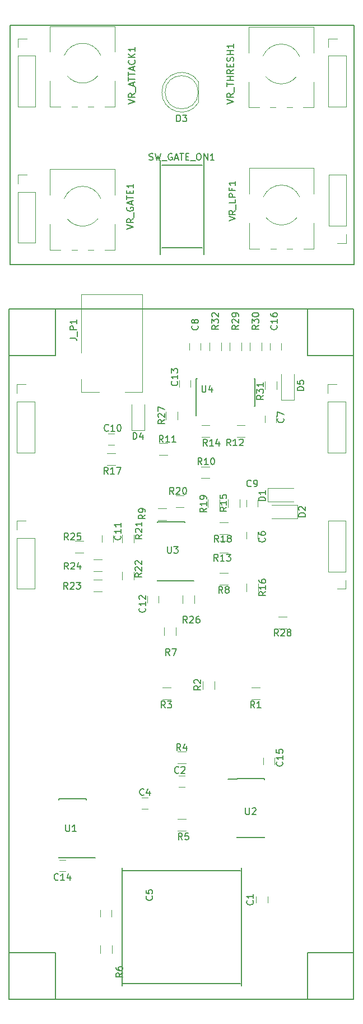
<source format=gbr>
G04 #@! TF.FileFunction,Legend,Top*
%FSLAX46Y46*%
G04 Gerber Fmt 4.6, Leading zero omitted, Abs format (unit mm)*
G04 Created by KiCad (PCBNEW 4.0.7) date 01/23/18 15:00:53*
%MOMM*%
%LPD*%
G01*
G04 APERTURE LIST*
%ADD10C,0.100000*%
%ADD11C,0.150000*%
%ADD12C,0.120000*%
G04 APERTURE END LIST*
D10*
D11*
X77927200Y-187782200D02*
X77927200Y-187502800D01*
X78435200Y-187782200D02*
X77317600Y-187782200D01*
X123069200Y-40955000D02*
X122713600Y-40955000D01*
X123069200Y-77023000D02*
X123069200Y-40955000D01*
X122688200Y-77023000D02*
X123069200Y-77023000D01*
X71050000Y-40955000D02*
X122866000Y-40955000D01*
X71050000Y-77023000D02*
X71050000Y-40955000D01*
X71050000Y-77023000D02*
X122866000Y-77023000D01*
X116027200Y-180797200D02*
X123012200Y-180797200D01*
X116027200Y-187782200D02*
X116027200Y-180797200D01*
X77927200Y-180797200D02*
X70942200Y-180797200D01*
X77927200Y-187782200D02*
X77927200Y-180797200D01*
X77927200Y-90754200D02*
X70942200Y-90754200D01*
X77927200Y-83769200D02*
X77927200Y-90754200D01*
X116027200Y-90754200D02*
X116027200Y-83769200D01*
X123012200Y-90754200D02*
X116027200Y-90754200D01*
X123012200Y-83769200D02*
X70942200Y-83769200D01*
X123012200Y-187782200D02*
X123012200Y-83769200D01*
X70942200Y-187782200D02*
X123012200Y-187782200D01*
X70942200Y-83769200D02*
X70942200Y-187782200D01*
D12*
X94018800Y-51089138D02*
G75*
G03X99568800Y-52634430I2990000J-462D01*
G01*
X94018800Y-51090062D02*
G75*
G02X99568800Y-49544770I2990000J462D01*
G01*
X99508800Y-51089600D02*
G75*
G03X99508800Y-51089600I-2500000J0D01*
G01*
X99568800Y-52634600D02*
X99568800Y-49544600D01*
X81823500Y-90377000D02*
X81823500Y-81577000D01*
X81823500Y-81577000D02*
X91023500Y-81577000D01*
X84523500Y-96277000D02*
X81823500Y-96277000D01*
X81823500Y-96277000D02*
X81823500Y-94377000D01*
X91023500Y-81577000D02*
X91023500Y-96277000D01*
X91023500Y-96277000D02*
X88423500Y-96277000D01*
D11*
X88112600Y-168402000D02*
X104622600Y-168402000D01*
X104622600Y-168402000D02*
X105892600Y-168402000D01*
X106019600Y-168021000D02*
X106019600Y-185801000D01*
X105892600Y-185420000D02*
X88112600Y-185420000D01*
X87985600Y-185801000D02*
X87985600Y-168021000D01*
D12*
X72253800Y-73796200D02*
X74913800Y-73796200D01*
X72253800Y-66116200D02*
X72253800Y-73796200D01*
X74913800Y-66116200D02*
X74913800Y-73796200D01*
X72253800Y-66116200D02*
X74913800Y-66116200D01*
X72253800Y-64846200D02*
X72253800Y-63516200D01*
X72253800Y-63516200D02*
X73583800Y-63516200D01*
X72253800Y-53273000D02*
X74913800Y-53273000D01*
X72253800Y-45593000D02*
X72253800Y-53273000D01*
X74913800Y-45593000D02*
X74913800Y-53273000D01*
X72253800Y-45593000D02*
X74913800Y-45593000D01*
X72253800Y-44323000D02*
X72253800Y-42993000D01*
X72253800Y-42993000D02*
X73583800Y-42993000D01*
X121878400Y-63541600D02*
X119218400Y-63541600D01*
X121878400Y-71221600D02*
X121878400Y-63541600D01*
X119218400Y-71221600D02*
X119218400Y-63541600D01*
X121878400Y-71221600D02*
X119218400Y-71221600D01*
X121878400Y-72491600D02*
X121878400Y-73821600D01*
X121878400Y-73821600D02*
X120548400Y-73821600D01*
X119193000Y-53273000D02*
X121853000Y-53273000D01*
X119193000Y-45593000D02*
X119193000Y-53273000D01*
X121853000Y-45593000D02*
X121853000Y-53273000D01*
X119193000Y-45593000D02*
X121853000Y-45593000D01*
X119193000Y-44323000D02*
X119193000Y-42993000D01*
X119193000Y-42993000D02*
X120523000Y-42993000D01*
X72126800Y-125942400D02*
X74786800Y-125942400D01*
X72126800Y-118262400D02*
X72126800Y-125942400D01*
X74786800Y-118262400D02*
X74786800Y-125942400D01*
X72126800Y-118262400D02*
X74786800Y-118262400D01*
X72126800Y-116992400D02*
X72126800Y-115662400D01*
X72126800Y-115662400D02*
X73456800Y-115662400D01*
X72139500Y-105406500D02*
X74799500Y-105406500D01*
X72139500Y-97726500D02*
X72139500Y-105406500D01*
X74799500Y-97726500D02*
X74799500Y-105406500D01*
X72139500Y-97726500D02*
X74799500Y-97726500D01*
X72139500Y-96456500D02*
X72139500Y-95126500D01*
X72139500Y-95126500D02*
X73469500Y-95126500D01*
X121827600Y-115662400D02*
X119167600Y-115662400D01*
X121827600Y-123342400D02*
X121827600Y-115662400D01*
X119167600Y-123342400D02*
X119167600Y-115662400D01*
X121827600Y-123342400D02*
X119167600Y-123342400D01*
X121827600Y-124612400D02*
X121827600Y-125942400D01*
X121827600Y-125942400D02*
X120497600Y-125942400D01*
X119116800Y-105419200D02*
X121776800Y-105419200D01*
X119116800Y-97739200D02*
X119116800Y-105419200D01*
X121776800Y-97739200D02*
X121776800Y-105419200D01*
X119116800Y-97739200D02*
X121776800Y-97739200D01*
X119116800Y-96469200D02*
X119116800Y-95139200D01*
X119116800Y-95139200D02*
X120446800Y-95139200D01*
X79268768Y-45531618D02*
G75*
G02X84793200Y-45530600I2762432J-1171982D01*
G01*
X84328953Y-48631895D02*
G75*
G02X79733200Y-48631600I-2297753J1928295D01*
G01*
X77121200Y-53263600D02*
X77121200Y-49397600D01*
X77121200Y-45008600D02*
X77121200Y-41143600D01*
X86941200Y-53263600D02*
X86941200Y-49397600D01*
X86941200Y-45008600D02*
X86941200Y-41143600D01*
X77121200Y-53263600D02*
X78706200Y-53263600D01*
X80356200Y-53263600D02*
X81206200Y-53263600D01*
X82856200Y-53263600D02*
X83706200Y-53263600D01*
X85356200Y-53263600D02*
X86941200Y-53263600D01*
X77121200Y-41143600D02*
X86941200Y-41143600D01*
X109342368Y-66918418D02*
G75*
G02X114866800Y-66917400I2762432J-1171982D01*
G01*
X114402553Y-70018695D02*
G75*
G02X109806800Y-70018400I-2297753J1928295D01*
G01*
X107194800Y-74650400D02*
X107194800Y-70784400D01*
X107194800Y-66395400D02*
X107194800Y-62530400D01*
X117014800Y-74650400D02*
X117014800Y-70784400D01*
X117014800Y-66395400D02*
X117014800Y-62530400D01*
X107194800Y-74650400D02*
X108779800Y-74650400D01*
X110429800Y-74650400D02*
X111279800Y-74650400D01*
X112929800Y-74650400D02*
X113779800Y-74650400D01*
X115429800Y-74650400D02*
X117014800Y-74650400D01*
X107194800Y-62530400D02*
X117014800Y-62530400D01*
X109291568Y-45658618D02*
G75*
G02X114816000Y-45657600I2762432J-1171982D01*
G01*
X114351753Y-48758895D02*
G75*
G02X109756000Y-48758600I-2297753J1928295D01*
G01*
X107144000Y-53390600D02*
X107144000Y-49524600D01*
X107144000Y-45135600D02*
X107144000Y-41270600D01*
X116964000Y-53390600D02*
X116964000Y-49524600D01*
X116964000Y-45135600D02*
X116964000Y-41270600D01*
X107144000Y-53390600D02*
X108729000Y-53390600D01*
X110379000Y-53390600D02*
X111229000Y-53390600D01*
X112879000Y-53390600D02*
X113729000Y-53390600D01*
X115379000Y-53390600D02*
X116964000Y-53390600D01*
X107144000Y-41270600D02*
X116964000Y-41270600D01*
X108293800Y-172270800D02*
X108293800Y-173270800D01*
X109993800Y-173270800D02*
X109993800Y-172270800D01*
X96528000Y-155790000D02*
X97528000Y-155790000D01*
X97528000Y-154090000D02*
X96528000Y-154090000D01*
X91940000Y-157392000D02*
X90940000Y-157392000D01*
X90940000Y-159092000D02*
X91940000Y-159092000D01*
X84722600Y-174379000D02*
X84722600Y-175379000D01*
X86422600Y-175379000D02*
X86422600Y-174379000D01*
X108546000Y-118356000D02*
X108546000Y-117356000D01*
X106846000Y-117356000D02*
X106846000Y-118356000D01*
X111340000Y-100830000D02*
X111340000Y-99830000D01*
X109640000Y-99830000D02*
X109640000Y-100830000D01*
X98210000Y-88908000D02*
X98210000Y-89908000D01*
X99910000Y-89908000D02*
X99910000Y-88908000D01*
X108546000Y-113530000D02*
X108546000Y-112530000D01*
X106846000Y-112530000D02*
X106846000Y-113530000D01*
X86860000Y-102528000D02*
X85860000Y-102528000D01*
X85860000Y-104228000D02*
X86860000Y-104228000D01*
X85002000Y-117864000D02*
X85002000Y-118864000D01*
X86702000Y-118864000D02*
X86702000Y-117864000D01*
X93560000Y-128008000D02*
X93560000Y-127008000D01*
X91860000Y-127008000D02*
X91860000Y-128008000D01*
X98386000Y-95496000D02*
X98386000Y-94496000D01*
X96686000Y-94496000D02*
X96686000Y-95496000D01*
X79494000Y-166790000D02*
X78494000Y-166790000D01*
X78494000Y-168490000D02*
X79494000Y-168490000D01*
X109386000Y-151392000D02*
X109386000Y-152392000D01*
X111086000Y-152392000D02*
X111086000Y-151392000D01*
X110402000Y-88908000D02*
X110402000Y-89908000D01*
X112102000Y-89908000D02*
X112102000Y-88908000D01*
X110018000Y-110760000D02*
X110018000Y-112760000D01*
X110018000Y-112760000D02*
X113918000Y-112760000D01*
X110018000Y-110760000D02*
X113918000Y-110760000D01*
X114518000Y-115300000D02*
X114518000Y-113300000D01*
X114518000Y-113300000D02*
X110618000Y-113300000D01*
X114518000Y-115300000D02*
X110618000Y-115300000D01*
X89424000Y-102072000D02*
X91424000Y-102072000D01*
X91424000Y-102072000D02*
X91424000Y-98172000D01*
X89424000Y-102072000D02*
X89424000Y-98172000D01*
X112030000Y-97500000D02*
X114030000Y-97500000D01*
X114030000Y-97500000D02*
X114030000Y-93600000D01*
X112030000Y-97500000D02*
X112030000Y-93600000D01*
X107604000Y-140852000D02*
X108804000Y-140852000D01*
X108804000Y-142612000D02*
X107604000Y-142612000D01*
X101972000Y-139862000D02*
X101972000Y-141062000D01*
X100212000Y-141062000D02*
X100212000Y-139862000D01*
X95342000Y-142612000D02*
X94142000Y-142612000D01*
X94142000Y-140852000D02*
X95342000Y-140852000D01*
X96428000Y-150504000D02*
X97628000Y-150504000D01*
X97628000Y-152264000D02*
X96428000Y-152264000D01*
X97628000Y-162424000D02*
X96428000Y-162424000D01*
X96428000Y-160664000D02*
X97628000Y-160664000D01*
X86452600Y-179638400D02*
X86452600Y-180838400D01*
X84692600Y-180838400D02*
X84692600Y-179638400D01*
X94370000Y-132934000D02*
X94370000Y-131734000D01*
X96130000Y-131734000D02*
X96130000Y-132934000D01*
X103978000Y-125340000D02*
X102778000Y-125340000D01*
X102778000Y-123580000D02*
X103978000Y-123580000D01*
X94668900Y-115599100D02*
X93468900Y-115599100D01*
X93468900Y-113839100D02*
X94668900Y-113839100D01*
X99984000Y-107514500D02*
X101184000Y-107514500D01*
X101184000Y-109274500D02*
X99984000Y-109274500D01*
X93634000Y-104022000D02*
X94834000Y-104022000D01*
X94834000Y-105782000D02*
X93634000Y-105782000D01*
X106543400Y-103076900D02*
X105343400Y-103076900D01*
X105343400Y-101316900D02*
X106543400Y-101316900D01*
X103978000Y-120514000D02*
X102778000Y-120514000D01*
X102778000Y-118754000D02*
X103978000Y-118754000D01*
X100009400Y-101316900D02*
X101209400Y-101316900D01*
X101209400Y-103076900D02*
X100009400Y-103076900D01*
X104022000Y-113630000D02*
X104022000Y-112430000D01*
X105782000Y-112430000D02*
X105782000Y-113630000D01*
X108576000Y-125130000D02*
X108576000Y-126330000D01*
X106816000Y-126330000D02*
X106816000Y-125130000D01*
X86960000Y-107306000D02*
X85760000Y-107306000D01*
X85760000Y-105546000D02*
X86960000Y-105546000D01*
X103978000Y-117720000D02*
X102778000Y-117720000D01*
X102778000Y-115960000D02*
X103978000Y-115960000D01*
X100974000Y-113630000D02*
X100974000Y-112430000D01*
X102734000Y-112430000D02*
X102734000Y-113630000D01*
X96123200Y-111857900D02*
X97323200Y-111857900D01*
X97323200Y-113617900D02*
X96123200Y-113617900D01*
X89780000Y-117764000D02*
X89780000Y-118964000D01*
X88020000Y-118964000D02*
X88020000Y-117764000D01*
X89780000Y-123352000D02*
X89780000Y-124552000D01*
X88020000Y-124552000D02*
X88020000Y-123352000D01*
X84928000Y-126356000D02*
X83728000Y-126356000D01*
X83728000Y-124596000D02*
X84928000Y-124596000D01*
X83728000Y-121548000D02*
X84928000Y-121548000D01*
X84928000Y-123308000D02*
X83728000Y-123308000D01*
X82134000Y-120514000D02*
X80934000Y-120514000D01*
X80934000Y-118754000D02*
X82134000Y-118754000D01*
X98924000Y-126908000D02*
X98924000Y-128108000D01*
X97164000Y-128108000D02*
X97164000Y-126908000D01*
X94624000Y-100422000D02*
X94624000Y-99222000D01*
X96384000Y-99222000D02*
X96384000Y-100422000D01*
X111668000Y-130184000D02*
X112868000Y-130184000D01*
X112868000Y-131944000D02*
X111668000Y-131944000D01*
X106036000Y-88808000D02*
X106036000Y-90008000D01*
X104276000Y-90008000D02*
X104276000Y-88808000D01*
X107324000Y-90008000D02*
X107324000Y-88808000D01*
X109084000Y-88808000D02*
X109084000Y-90008000D01*
X109610000Y-95850000D02*
X109610000Y-94650000D01*
X111370000Y-94650000D02*
X111370000Y-95850000D01*
X101228000Y-90008000D02*
X101228000Y-88808000D01*
X102988000Y-88808000D02*
X102988000Y-90008000D01*
D11*
X100107600Y-62113200D02*
X94011600Y-62113200D01*
X100107600Y-74559200D02*
X94011600Y-74559200D01*
X100361600Y-61351200D02*
X100361600Y-75575200D01*
X93757600Y-75575200D02*
X93757600Y-61351200D01*
X82593000Y-166502000D02*
X82593000Y-166477000D01*
X78443000Y-166502000D02*
X78443000Y-166387000D01*
X78443000Y-157602000D02*
X78443000Y-157717000D01*
X82593000Y-157602000D02*
X82593000Y-157717000D01*
X82593000Y-166502000D02*
X78443000Y-166502000D01*
X82593000Y-157602000D02*
X78443000Y-157602000D01*
X82593000Y-166477000D02*
X83968000Y-166477000D01*
X105367000Y-154554000D02*
X105367000Y-154579000D01*
X109517000Y-154554000D02*
X109517000Y-154669000D01*
X109517000Y-163454000D02*
X109517000Y-163339000D01*
X105367000Y-163454000D02*
X105367000Y-163339000D01*
X105367000Y-154554000D02*
X109517000Y-154554000D01*
X105367000Y-163454000D02*
X109517000Y-163454000D01*
X105367000Y-154579000D02*
X103992000Y-154579000D01*
X97471050Y-124738050D02*
X97471050Y-124713050D01*
X93321050Y-124738050D02*
X93321050Y-124623050D01*
X93321050Y-115838050D02*
X93321050Y-115953050D01*
X97471050Y-115838050D02*
X97471050Y-115953050D01*
X97471050Y-124738050D02*
X93321050Y-124738050D01*
X97471050Y-115838050D02*
X93321050Y-115838050D01*
X97471050Y-124713050D02*
X98846050Y-124713050D01*
X99207400Y-98429900D02*
X99232400Y-98429900D01*
X99207400Y-94279900D02*
X99322400Y-94279900D01*
X108107400Y-94279900D02*
X107992400Y-94279900D01*
X108107400Y-98429900D02*
X107992400Y-98429900D01*
X99207400Y-98429900D02*
X99207400Y-94279900D01*
X108107400Y-98429900D02*
X108107400Y-94279900D01*
X99232400Y-98429900D02*
X99232400Y-99804900D01*
D12*
X79268768Y-67096218D02*
G75*
G02X84793200Y-67095200I2762432J-1171982D01*
G01*
X84328953Y-70196495D02*
G75*
G02X79733200Y-70196200I-2297753J1928295D01*
G01*
X77121200Y-74828200D02*
X77121200Y-70962200D01*
X77121200Y-66573200D02*
X77121200Y-62708200D01*
X86941200Y-74828200D02*
X86941200Y-70962200D01*
X86941200Y-66573200D02*
X86941200Y-62708200D01*
X77121200Y-74828200D02*
X78706200Y-74828200D01*
X80356200Y-74828200D02*
X81206200Y-74828200D01*
X82856200Y-74828200D02*
X83706200Y-74828200D01*
X85356200Y-74828200D02*
X86941200Y-74828200D01*
X77121200Y-62708200D02*
X86941200Y-62708200D01*
D11*
X96270705Y-55501981D02*
X96270705Y-54501981D01*
X96508800Y-54501981D01*
X96651658Y-54549600D01*
X96746896Y-54644838D01*
X96794515Y-54740076D01*
X96842134Y-54930552D01*
X96842134Y-55073410D01*
X96794515Y-55263886D01*
X96746896Y-55359124D01*
X96651658Y-55454362D01*
X96508800Y-55501981D01*
X96270705Y-55501981D01*
X97175467Y-54501981D02*
X97794515Y-54501981D01*
X97461181Y-54882933D01*
X97604039Y-54882933D01*
X97699277Y-54930552D01*
X97746896Y-54978171D01*
X97794515Y-55073410D01*
X97794515Y-55311505D01*
X97746896Y-55406743D01*
X97699277Y-55454362D01*
X97604039Y-55501981D01*
X97318324Y-55501981D01*
X97223086Y-55454362D01*
X97175467Y-55406743D01*
X80125881Y-88141285D02*
X80840167Y-88141285D01*
X80983024Y-88188905D01*
X81078262Y-88284143D01*
X81125881Y-88427000D01*
X81125881Y-88522238D01*
X81221119Y-87903190D02*
X81221119Y-87141285D01*
X81125881Y-86903190D02*
X80125881Y-86903190D01*
X80125881Y-86522237D01*
X80173500Y-86426999D01*
X80221119Y-86379380D01*
X80316357Y-86331761D01*
X80459214Y-86331761D01*
X80554452Y-86379380D01*
X80602071Y-86426999D01*
X80649690Y-86522237D01*
X80649690Y-86903190D01*
X81125881Y-85379380D02*
X81125881Y-85950809D01*
X81125881Y-85665095D02*
X80125881Y-85665095D01*
X80268738Y-85760333D01*
X80363976Y-85855571D01*
X80411595Y-85950809D01*
X88974681Y-52848924D02*
X89974681Y-52515591D01*
X88974681Y-52182257D01*
X89974681Y-51277495D02*
X89498490Y-51610829D01*
X89974681Y-51848924D02*
X88974681Y-51848924D01*
X88974681Y-51467971D01*
X89022300Y-51372733D01*
X89069919Y-51325114D01*
X89165157Y-51277495D01*
X89308014Y-51277495D01*
X89403252Y-51325114D01*
X89450871Y-51372733D01*
X89498490Y-51467971D01*
X89498490Y-51848924D01*
X90069919Y-51087019D02*
X90069919Y-50325114D01*
X89688967Y-50134638D02*
X89688967Y-49658447D01*
X89974681Y-50229876D02*
X88974681Y-49896543D01*
X89974681Y-49563209D01*
X88974681Y-49372733D02*
X88974681Y-48801304D01*
X89974681Y-49087019D02*
X88974681Y-49087019D01*
X88974681Y-48610828D02*
X88974681Y-48039399D01*
X89974681Y-48325114D02*
X88974681Y-48325114D01*
X89688967Y-47753685D02*
X89688967Y-47277494D01*
X89974681Y-47848923D02*
X88974681Y-47515590D01*
X89974681Y-47182256D01*
X89879443Y-46277494D02*
X89927062Y-46325113D01*
X89974681Y-46467970D01*
X89974681Y-46563208D01*
X89927062Y-46706066D01*
X89831824Y-46801304D01*
X89736586Y-46848923D01*
X89546110Y-46896542D01*
X89403252Y-46896542D01*
X89212776Y-46848923D01*
X89117538Y-46801304D01*
X89022300Y-46706066D01*
X88974681Y-46563208D01*
X88974681Y-46467970D01*
X89022300Y-46325113D01*
X89069919Y-46277494D01*
X89974681Y-45848923D02*
X88974681Y-45848923D01*
X89974681Y-45277494D02*
X89403252Y-45706066D01*
X88974681Y-45277494D02*
X89546110Y-45848923D01*
X89974681Y-44325113D02*
X89974681Y-44896542D01*
X89974681Y-44610828D02*
X88974681Y-44610828D01*
X89117538Y-44706066D01*
X89212776Y-44801304D01*
X89260395Y-44896542D01*
X104151181Y-70486210D02*
X105151181Y-70152877D01*
X104151181Y-69819543D01*
X105151181Y-68914781D02*
X104674990Y-69248115D01*
X105151181Y-69486210D02*
X104151181Y-69486210D01*
X104151181Y-69105257D01*
X104198800Y-69010019D01*
X104246419Y-68962400D01*
X104341657Y-68914781D01*
X104484514Y-68914781D01*
X104579752Y-68962400D01*
X104627371Y-69010019D01*
X104674990Y-69105257D01*
X104674990Y-69486210D01*
X105246419Y-68724305D02*
X105246419Y-67962400D01*
X105151181Y-67248114D02*
X105151181Y-67724305D01*
X104151181Y-67724305D01*
X105151181Y-66914781D02*
X104151181Y-66914781D01*
X104151181Y-66533828D01*
X104198800Y-66438590D01*
X104246419Y-66390971D01*
X104341657Y-66343352D01*
X104484514Y-66343352D01*
X104579752Y-66390971D01*
X104627371Y-66438590D01*
X104674990Y-66533828D01*
X104674990Y-66914781D01*
X104627371Y-65581447D02*
X104627371Y-65914781D01*
X105151181Y-65914781D02*
X104151181Y-65914781D01*
X104151181Y-65438590D01*
X105151181Y-64533828D02*
X105151181Y-65105257D01*
X105151181Y-64819543D02*
X104151181Y-64819543D01*
X104294038Y-64914781D01*
X104389276Y-65010019D01*
X104436895Y-65105257D01*
X103856381Y-52828219D02*
X104856381Y-52494886D01*
X103856381Y-52161552D01*
X104856381Y-51256790D02*
X104380190Y-51590124D01*
X104856381Y-51828219D02*
X103856381Y-51828219D01*
X103856381Y-51447266D01*
X103904000Y-51352028D01*
X103951619Y-51304409D01*
X104046857Y-51256790D01*
X104189714Y-51256790D01*
X104284952Y-51304409D01*
X104332571Y-51352028D01*
X104380190Y-51447266D01*
X104380190Y-51828219D01*
X104951619Y-51066314D02*
X104951619Y-50304409D01*
X103856381Y-50209171D02*
X103856381Y-49637742D01*
X104856381Y-49923457D02*
X103856381Y-49923457D01*
X104856381Y-49304409D02*
X103856381Y-49304409D01*
X104332571Y-49304409D02*
X104332571Y-48732980D01*
X104856381Y-48732980D02*
X103856381Y-48732980D01*
X104856381Y-47685361D02*
X104380190Y-48018695D01*
X104856381Y-48256790D02*
X103856381Y-48256790D01*
X103856381Y-47875837D01*
X103904000Y-47780599D01*
X103951619Y-47732980D01*
X104046857Y-47685361D01*
X104189714Y-47685361D01*
X104284952Y-47732980D01*
X104332571Y-47780599D01*
X104380190Y-47875837D01*
X104380190Y-48256790D01*
X104332571Y-47256790D02*
X104332571Y-46923456D01*
X104856381Y-46780599D02*
X104856381Y-47256790D01*
X103856381Y-47256790D01*
X103856381Y-46780599D01*
X104808762Y-46399647D02*
X104856381Y-46256790D01*
X104856381Y-46018694D01*
X104808762Y-45923456D01*
X104761143Y-45875837D01*
X104665905Y-45828218D01*
X104570667Y-45828218D01*
X104475429Y-45875837D01*
X104427810Y-45923456D01*
X104380190Y-46018694D01*
X104332571Y-46209171D01*
X104284952Y-46304409D01*
X104237333Y-46352028D01*
X104142095Y-46399647D01*
X104046857Y-46399647D01*
X103951619Y-46352028D01*
X103904000Y-46304409D01*
X103856381Y-46209171D01*
X103856381Y-45971075D01*
X103904000Y-45828218D01*
X104856381Y-45399647D02*
X103856381Y-45399647D01*
X104332571Y-45399647D02*
X104332571Y-44828218D01*
X104856381Y-44828218D02*
X103856381Y-44828218D01*
X104856381Y-43828218D02*
X104856381Y-44399647D01*
X104856381Y-44113933D02*
X103856381Y-44113933D01*
X103999238Y-44209171D01*
X104094476Y-44304409D01*
X104142095Y-44399647D01*
X107750943Y-172937466D02*
X107798562Y-172985085D01*
X107846181Y-173127942D01*
X107846181Y-173223180D01*
X107798562Y-173366038D01*
X107703324Y-173461276D01*
X107608086Y-173508895D01*
X107417610Y-173556514D01*
X107274752Y-173556514D01*
X107084276Y-173508895D01*
X106989038Y-173461276D01*
X106893800Y-173366038D01*
X106846181Y-173223180D01*
X106846181Y-173127942D01*
X106893800Y-172985085D01*
X106941419Y-172937466D01*
X107846181Y-171985085D02*
X107846181Y-172556514D01*
X107846181Y-172270800D02*
X106846181Y-172270800D01*
X106989038Y-172366038D01*
X107084276Y-172461276D01*
X107131895Y-172556514D01*
X96556534Y-153646143D02*
X96508915Y-153693762D01*
X96366058Y-153741381D01*
X96270820Y-153741381D01*
X96127962Y-153693762D01*
X96032724Y-153598524D01*
X95985105Y-153503286D01*
X95937486Y-153312810D01*
X95937486Y-153169952D01*
X95985105Y-152979476D01*
X96032724Y-152884238D01*
X96127962Y-152789000D01*
X96270820Y-152741381D01*
X96366058Y-152741381D01*
X96508915Y-152789000D01*
X96556534Y-152836619D01*
X96937486Y-152836619D02*
X96985105Y-152789000D01*
X97080343Y-152741381D01*
X97318439Y-152741381D01*
X97413677Y-152789000D01*
X97461296Y-152836619D01*
X97508915Y-152931857D01*
X97508915Y-153027095D01*
X97461296Y-153169952D01*
X96889867Y-153741381D01*
X97508915Y-153741381D01*
X91298734Y-156973543D02*
X91251115Y-157021162D01*
X91108258Y-157068781D01*
X91013020Y-157068781D01*
X90870162Y-157021162D01*
X90774924Y-156925924D01*
X90727305Y-156830686D01*
X90679686Y-156640210D01*
X90679686Y-156497352D01*
X90727305Y-156306876D01*
X90774924Y-156211638D01*
X90870162Y-156116400D01*
X91013020Y-156068781D01*
X91108258Y-156068781D01*
X91251115Y-156116400D01*
X91298734Y-156164019D01*
X92155877Y-156402114D02*
X92155877Y-157068781D01*
X91917781Y-156021162D02*
X91679686Y-156735448D01*
X92298734Y-156735448D01*
X92533743Y-172251666D02*
X92581362Y-172299285D01*
X92628981Y-172442142D01*
X92628981Y-172537380D01*
X92581362Y-172680238D01*
X92486124Y-172775476D01*
X92390886Y-172823095D01*
X92200410Y-172870714D01*
X92057552Y-172870714D01*
X91867076Y-172823095D01*
X91771838Y-172775476D01*
X91676600Y-172680238D01*
X91628981Y-172537380D01*
X91628981Y-172442142D01*
X91676600Y-172299285D01*
X91724219Y-172251666D01*
X91628981Y-171346904D02*
X91628981Y-171823095D01*
X92105171Y-171870714D01*
X92057552Y-171823095D01*
X92009933Y-171727857D01*
X92009933Y-171489761D01*
X92057552Y-171394523D01*
X92105171Y-171346904D01*
X92200410Y-171299285D01*
X92438505Y-171299285D01*
X92533743Y-171346904D01*
X92581362Y-171394523D01*
X92628981Y-171489761D01*
X92628981Y-171727857D01*
X92581362Y-171823095D01*
X92533743Y-171870714D01*
X109558093Y-118257616D02*
X109605712Y-118305235D01*
X109653331Y-118448092D01*
X109653331Y-118543330D01*
X109605712Y-118686188D01*
X109510474Y-118781426D01*
X109415236Y-118829045D01*
X109224760Y-118876664D01*
X109081902Y-118876664D01*
X108891426Y-118829045D01*
X108796188Y-118781426D01*
X108700950Y-118686188D01*
X108653331Y-118543330D01*
X108653331Y-118448092D01*
X108700950Y-118305235D01*
X108748569Y-118257616D01*
X108653331Y-117400473D02*
X108653331Y-117590950D01*
X108700950Y-117686188D01*
X108748569Y-117733807D01*
X108891426Y-117829045D01*
X109081902Y-117876664D01*
X109462855Y-117876664D01*
X109558093Y-117829045D01*
X109605712Y-117781426D01*
X109653331Y-117686188D01*
X109653331Y-117495711D01*
X109605712Y-117400473D01*
X109558093Y-117352854D01*
X109462855Y-117305235D01*
X109224760Y-117305235D01*
X109129521Y-117352854D01*
X109081902Y-117400473D01*
X109034283Y-117495711D01*
X109034283Y-117686188D01*
X109081902Y-117781426D01*
X109129521Y-117829045D01*
X109224760Y-117876664D01*
X112371143Y-100242666D02*
X112418762Y-100290285D01*
X112466381Y-100433142D01*
X112466381Y-100528380D01*
X112418762Y-100671238D01*
X112323524Y-100766476D01*
X112228286Y-100814095D01*
X112037810Y-100861714D01*
X111894952Y-100861714D01*
X111704476Y-100814095D01*
X111609238Y-100766476D01*
X111514000Y-100671238D01*
X111466381Y-100528380D01*
X111466381Y-100433142D01*
X111514000Y-100290285D01*
X111561619Y-100242666D01*
X111466381Y-99909333D02*
X111466381Y-99242666D01*
X112466381Y-99671238D01*
X99417143Y-86272666D02*
X99464762Y-86320285D01*
X99512381Y-86463142D01*
X99512381Y-86558380D01*
X99464762Y-86701238D01*
X99369524Y-86796476D01*
X99274286Y-86844095D01*
X99083810Y-86891714D01*
X98940952Y-86891714D01*
X98750476Y-86844095D01*
X98655238Y-86796476D01*
X98560000Y-86701238D01*
X98512381Y-86558380D01*
X98512381Y-86463142D01*
X98560000Y-86320285D01*
X98607619Y-86272666D01*
X98940952Y-85701238D02*
X98893333Y-85796476D01*
X98845714Y-85844095D01*
X98750476Y-85891714D01*
X98702857Y-85891714D01*
X98607619Y-85844095D01*
X98560000Y-85796476D01*
X98512381Y-85701238D01*
X98512381Y-85510761D01*
X98560000Y-85415523D01*
X98607619Y-85367904D01*
X98702857Y-85320285D01*
X98750476Y-85320285D01*
X98845714Y-85367904D01*
X98893333Y-85415523D01*
X98940952Y-85510761D01*
X98940952Y-85701238D01*
X98988571Y-85796476D01*
X99036190Y-85844095D01*
X99131429Y-85891714D01*
X99321905Y-85891714D01*
X99417143Y-85844095D01*
X99464762Y-85796476D01*
X99512381Y-85701238D01*
X99512381Y-85510761D01*
X99464762Y-85415523D01*
X99417143Y-85367904D01*
X99321905Y-85320285D01*
X99131429Y-85320285D01*
X99036190Y-85367904D01*
X98988571Y-85415523D01*
X98940952Y-85510761D01*
X107510284Y-110447093D02*
X107462665Y-110494712D01*
X107319808Y-110542331D01*
X107224570Y-110542331D01*
X107081712Y-110494712D01*
X106986474Y-110399474D01*
X106938855Y-110304236D01*
X106891236Y-110113760D01*
X106891236Y-109970902D01*
X106938855Y-109780426D01*
X106986474Y-109685188D01*
X107081712Y-109589950D01*
X107224570Y-109542331D01*
X107319808Y-109542331D01*
X107462665Y-109589950D01*
X107510284Y-109637569D01*
X107986474Y-110542331D02*
X108176950Y-110542331D01*
X108272189Y-110494712D01*
X108319808Y-110447093D01*
X108415046Y-110304236D01*
X108462665Y-110113760D01*
X108462665Y-109732807D01*
X108415046Y-109637569D01*
X108367427Y-109589950D01*
X108272189Y-109542331D01*
X108081712Y-109542331D01*
X107986474Y-109589950D01*
X107938855Y-109637569D01*
X107891236Y-109732807D01*
X107891236Y-109970902D01*
X107938855Y-110066140D01*
X107986474Y-110113760D01*
X108081712Y-110161379D01*
X108272189Y-110161379D01*
X108367427Y-110113760D01*
X108415046Y-110066140D01*
X108462665Y-109970902D01*
X85945743Y-102084143D02*
X85898124Y-102131762D01*
X85755267Y-102179381D01*
X85660029Y-102179381D01*
X85517171Y-102131762D01*
X85421933Y-102036524D01*
X85374314Y-101941286D01*
X85326695Y-101750810D01*
X85326695Y-101607952D01*
X85374314Y-101417476D01*
X85421933Y-101322238D01*
X85517171Y-101227000D01*
X85660029Y-101179381D01*
X85755267Y-101179381D01*
X85898124Y-101227000D01*
X85945743Y-101274619D01*
X86898124Y-102179381D02*
X86326695Y-102179381D01*
X86612409Y-102179381D02*
X86612409Y-101179381D01*
X86517171Y-101322238D01*
X86421933Y-101417476D01*
X86326695Y-101465095D01*
X87517171Y-101179381D02*
X87612410Y-101179381D01*
X87707648Y-101227000D01*
X87755267Y-101274619D01*
X87802886Y-101369857D01*
X87850505Y-101560333D01*
X87850505Y-101798429D01*
X87802886Y-101988905D01*
X87755267Y-102084143D01*
X87707648Y-102131762D01*
X87612410Y-102179381D01*
X87517171Y-102179381D01*
X87421933Y-102131762D01*
X87374314Y-102084143D01*
X87326695Y-101988905D01*
X87279076Y-101798429D01*
X87279076Y-101560333D01*
X87326695Y-101369857D01*
X87374314Y-101274619D01*
X87421933Y-101227000D01*
X87517171Y-101179381D01*
X87739493Y-117921007D02*
X87787112Y-117968626D01*
X87834731Y-118111483D01*
X87834731Y-118206721D01*
X87787112Y-118349579D01*
X87691874Y-118444817D01*
X87596636Y-118492436D01*
X87406160Y-118540055D01*
X87263302Y-118540055D01*
X87072826Y-118492436D01*
X86977588Y-118444817D01*
X86882350Y-118349579D01*
X86834731Y-118206721D01*
X86834731Y-118111483D01*
X86882350Y-117968626D01*
X86929969Y-117921007D01*
X87834731Y-116968626D02*
X87834731Y-117540055D01*
X87834731Y-117254341D02*
X86834731Y-117254341D01*
X86977588Y-117349579D01*
X87072826Y-117444817D01*
X87120445Y-117540055D01*
X87834731Y-116016245D02*
X87834731Y-116587674D01*
X87834731Y-116301960D02*
X86834731Y-116301960D01*
X86977588Y-116397198D01*
X87072826Y-116492436D01*
X87120445Y-116587674D01*
X91479643Y-128849357D02*
X91527262Y-128896976D01*
X91574881Y-129039833D01*
X91574881Y-129135071D01*
X91527262Y-129277929D01*
X91432024Y-129373167D01*
X91336786Y-129420786D01*
X91146310Y-129468405D01*
X91003452Y-129468405D01*
X90812976Y-129420786D01*
X90717738Y-129373167D01*
X90622500Y-129277929D01*
X90574881Y-129135071D01*
X90574881Y-129039833D01*
X90622500Y-128896976D01*
X90670119Y-128849357D01*
X91574881Y-127896976D02*
X91574881Y-128468405D01*
X91574881Y-128182691D02*
X90574881Y-128182691D01*
X90717738Y-128277929D01*
X90812976Y-128373167D01*
X90860595Y-128468405D01*
X90670119Y-127516024D02*
X90622500Y-127468405D01*
X90574881Y-127373167D01*
X90574881Y-127135071D01*
X90622500Y-127039833D01*
X90670119Y-126992214D01*
X90765357Y-126944595D01*
X90860595Y-126944595D01*
X91003452Y-126992214D01*
X91574881Y-127563643D01*
X91574881Y-126944595D01*
X96343743Y-94660957D02*
X96391362Y-94708576D01*
X96438981Y-94851433D01*
X96438981Y-94946671D01*
X96391362Y-95089529D01*
X96296124Y-95184767D01*
X96200886Y-95232386D01*
X96010410Y-95280005D01*
X95867552Y-95280005D01*
X95677076Y-95232386D01*
X95581838Y-95184767D01*
X95486600Y-95089529D01*
X95438981Y-94946671D01*
X95438981Y-94851433D01*
X95486600Y-94708576D01*
X95534219Y-94660957D01*
X96438981Y-93708576D02*
X96438981Y-94280005D01*
X96438981Y-93994291D02*
X95438981Y-93994291D01*
X95581838Y-94089529D01*
X95677076Y-94184767D01*
X95724695Y-94280005D01*
X95438981Y-93375243D02*
X95438981Y-92756195D01*
X95819933Y-93089529D01*
X95819933Y-92946671D01*
X95867552Y-92851433D01*
X95915171Y-92803814D01*
X96010410Y-92756195D01*
X96248505Y-92756195D01*
X96343743Y-92803814D01*
X96391362Y-92851433D01*
X96438981Y-92946671D01*
X96438981Y-93232386D01*
X96391362Y-93327624D01*
X96343743Y-93375243D01*
X78351143Y-169775143D02*
X78303524Y-169822762D01*
X78160667Y-169870381D01*
X78065429Y-169870381D01*
X77922571Y-169822762D01*
X77827333Y-169727524D01*
X77779714Y-169632286D01*
X77732095Y-169441810D01*
X77732095Y-169298952D01*
X77779714Y-169108476D01*
X77827333Y-169013238D01*
X77922571Y-168918000D01*
X78065429Y-168870381D01*
X78160667Y-168870381D01*
X78303524Y-168918000D01*
X78351143Y-168965619D01*
X79303524Y-169870381D02*
X78732095Y-169870381D01*
X79017809Y-169870381D02*
X79017809Y-168870381D01*
X78922571Y-169013238D01*
X78827333Y-169108476D01*
X78732095Y-169156095D01*
X80160667Y-169203714D02*
X80160667Y-169870381D01*
X79922571Y-168822762D02*
X79684476Y-169537048D01*
X80303524Y-169537048D01*
X112218743Y-152026857D02*
X112266362Y-152074476D01*
X112313981Y-152217333D01*
X112313981Y-152312571D01*
X112266362Y-152455429D01*
X112171124Y-152550667D01*
X112075886Y-152598286D01*
X111885410Y-152645905D01*
X111742552Y-152645905D01*
X111552076Y-152598286D01*
X111456838Y-152550667D01*
X111361600Y-152455429D01*
X111313981Y-152312571D01*
X111313981Y-152217333D01*
X111361600Y-152074476D01*
X111409219Y-152026857D01*
X112313981Y-151074476D02*
X112313981Y-151645905D01*
X112313981Y-151360191D02*
X111313981Y-151360191D01*
X111456838Y-151455429D01*
X111552076Y-151550667D01*
X111599695Y-151645905D01*
X111313981Y-150169714D02*
X111313981Y-150645905D01*
X111790171Y-150693524D01*
X111742552Y-150645905D01*
X111694933Y-150550667D01*
X111694933Y-150312571D01*
X111742552Y-150217333D01*
X111790171Y-150169714D01*
X111885410Y-150122095D01*
X112123505Y-150122095D01*
X112218743Y-150169714D01*
X112266362Y-150217333D01*
X112313981Y-150312571D01*
X112313981Y-150550667D01*
X112266362Y-150645905D01*
X112218743Y-150693524D01*
X111355143Y-86240857D02*
X111402762Y-86288476D01*
X111450381Y-86431333D01*
X111450381Y-86526571D01*
X111402762Y-86669429D01*
X111307524Y-86764667D01*
X111212286Y-86812286D01*
X111021810Y-86859905D01*
X110878952Y-86859905D01*
X110688476Y-86812286D01*
X110593238Y-86764667D01*
X110498000Y-86669429D01*
X110450381Y-86526571D01*
X110450381Y-86431333D01*
X110498000Y-86288476D01*
X110545619Y-86240857D01*
X111450381Y-85288476D02*
X111450381Y-85859905D01*
X111450381Y-85574191D02*
X110450381Y-85574191D01*
X110593238Y-85669429D01*
X110688476Y-85764667D01*
X110736095Y-85859905D01*
X110450381Y-84431333D02*
X110450381Y-84621810D01*
X110498000Y-84717048D01*
X110545619Y-84764667D01*
X110688476Y-84859905D01*
X110878952Y-84907524D01*
X111259905Y-84907524D01*
X111355143Y-84859905D01*
X111402762Y-84812286D01*
X111450381Y-84717048D01*
X111450381Y-84526571D01*
X111402762Y-84431333D01*
X111355143Y-84383714D01*
X111259905Y-84336095D01*
X111021810Y-84336095D01*
X110926571Y-84383714D01*
X110878952Y-84431333D01*
X110831333Y-84526571D01*
X110831333Y-84717048D01*
X110878952Y-84812286D01*
X110926571Y-84859905D01*
X111021810Y-84907524D01*
X109653331Y-112644145D02*
X108653331Y-112644145D01*
X108653331Y-112406050D01*
X108700950Y-112263192D01*
X108796188Y-112167954D01*
X108891426Y-112120335D01*
X109081902Y-112072716D01*
X109224760Y-112072716D01*
X109415236Y-112120335D01*
X109510474Y-112167954D01*
X109605712Y-112263192D01*
X109653331Y-112406050D01*
X109653331Y-112644145D01*
X109653331Y-111120335D02*
X109653331Y-111691764D01*
X109653331Y-111406050D02*
X108653331Y-111406050D01*
X108796188Y-111501288D01*
X108891426Y-111596526D01*
X108939045Y-111691764D01*
X115717581Y-115038095D02*
X114717581Y-115038095D01*
X114717581Y-114800000D01*
X114765200Y-114657142D01*
X114860438Y-114561904D01*
X114955676Y-114514285D01*
X115146152Y-114466666D01*
X115289010Y-114466666D01*
X115479486Y-114514285D01*
X115574724Y-114561904D01*
X115669962Y-114657142D01*
X115717581Y-114800000D01*
X115717581Y-115038095D01*
X114812819Y-114085714D02*
X114765200Y-114038095D01*
X114717581Y-113942857D01*
X114717581Y-113704761D01*
X114765200Y-113609523D01*
X114812819Y-113561904D01*
X114908057Y-113514285D01*
X115003295Y-113514285D01*
X115146152Y-113561904D01*
X115717581Y-114133333D01*
X115717581Y-113514285D01*
X89685905Y-103385881D02*
X89685905Y-102385881D01*
X89924000Y-102385881D01*
X90066858Y-102433500D01*
X90162096Y-102528738D01*
X90209715Y-102623976D01*
X90257334Y-102814452D01*
X90257334Y-102957310D01*
X90209715Y-103147786D01*
X90162096Y-103243024D01*
X90066858Y-103338262D01*
X89924000Y-103385881D01*
X89685905Y-103385881D01*
X91114477Y-102719214D02*
X91114477Y-103385881D01*
X90876381Y-102338262D02*
X90638286Y-103052548D01*
X91257334Y-103052548D01*
X115488981Y-96038895D02*
X114488981Y-96038895D01*
X114488981Y-95800800D01*
X114536600Y-95657942D01*
X114631838Y-95562704D01*
X114727076Y-95515085D01*
X114917552Y-95467466D01*
X115060410Y-95467466D01*
X115250886Y-95515085D01*
X115346124Y-95562704D01*
X115441362Y-95657942D01*
X115488981Y-95800800D01*
X115488981Y-96038895D01*
X114488981Y-94562704D02*
X114488981Y-95038895D01*
X114965171Y-95086514D01*
X114917552Y-95038895D01*
X114869933Y-94943657D01*
X114869933Y-94705561D01*
X114917552Y-94610323D01*
X114965171Y-94562704D01*
X115060410Y-94515085D01*
X115298505Y-94515085D01*
X115393743Y-94562704D01*
X115441362Y-94610323D01*
X115488981Y-94705561D01*
X115488981Y-94943657D01*
X115441362Y-95038895D01*
X115393743Y-95086514D01*
X108037334Y-143884381D02*
X107704000Y-143408190D01*
X107465905Y-143884381D02*
X107465905Y-142884381D01*
X107846858Y-142884381D01*
X107942096Y-142932000D01*
X107989715Y-142979619D01*
X108037334Y-143074857D01*
X108037334Y-143217714D01*
X107989715Y-143312952D01*
X107942096Y-143360571D01*
X107846858Y-143408190D01*
X107465905Y-143408190D01*
X108989715Y-143884381D02*
X108418286Y-143884381D01*
X108704000Y-143884381D02*
X108704000Y-142884381D01*
X108608762Y-143027238D01*
X108513524Y-143122476D01*
X108418286Y-143170095D01*
X99893381Y-140552466D02*
X99417190Y-140885800D01*
X99893381Y-141123895D02*
X98893381Y-141123895D01*
X98893381Y-140742942D01*
X98941000Y-140647704D01*
X98988619Y-140600085D01*
X99083857Y-140552466D01*
X99226714Y-140552466D01*
X99321952Y-140600085D01*
X99369571Y-140647704D01*
X99417190Y-140742942D01*
X99417190Y-141123895D01*
X98988619Y-140171514D02*
X98941000Y-140123895D01*
X98893381Y-140028657D01*
X98893381Y-139790561D01*
X98941000Y-139695323D01*
X98988619Y-139647704D01*
X99083857Y-139600085D01*
X99179095Y-139600085D01*
X99321952Y-139647704D01*
X99893381Y-140219133D01*
X99893381Y-139600085D01*
X94524534Y-143886181D02*
X94191200Y-143409990D01*
X93953105Y-143886181D02*
X93953105Y-142886181D01*
X94334058Y-142886181D01*
X94429296Y-142933800D01*
X94476915Y-142981419D01*
X94524534Y-143076657D01*
X94524534Y-143219514D01*
X94476915Y-143314752D01*
X94429296Y-143362371D01*
X94334058Y-143409990D01*
X93953105Y-143409990D01*
X94857867Y-142886181D02*
X95476915Y-142886181D01*
X95143581Y-143267133D01*
X95286439Y-143267133D01*
X95381677Y-143314752D01*
X95429296Y-143362371D01*
X95476915Y-143457610D01*
X95476915Y-143695705D01*
X95429296Y-143790943D01*
X95381677Y-143838562D01*
X95286439Y-143886181D01*
X95000724Y-143886181D01*
X94905486Y-143838562D01*
X94857867Y-143790943D01*
X96861334Y-150312381D02*
X96528000Y-149836190D01*
X96289905Y-150312381D02*
X96289905Y-149312381D01*
X96670858Y-149312381D01*
X96766096Y-149360000D01*
X96813715Y-149407619D01*
X96861334Y-149502857D01*
X96861334Y-149645714D01*
X96813715Y-149740952D01*
X96766096Y-149788571D01*
X96670858Y-149836190D01*
X96289905Y-149836190D01*
X97718477Y-149645714D02*
X97718477Y-150312381D01*
X97480381Y-149264762D02*
X97242286Y-149979048D01*
X97861334Y-149979048D01*
X97115334Y-163748981D02*
X96782000Y-163272790D01*
X96543905Y-163748981D02*
X96543905Y-162748981D01*
X96924858Y-162748981D01*
X97020096Y-162796600D01*
X97067715Y-162844219D01*
X97115334Y-162939457D01*
X97115334Y-163082314D01*
X97067715Y-163177552D01*
X97020096Y-163225171D01*
X96924858Y-163272790D01*
X96543905Y-163272790D01*
X98020096Y-162748981D02*
X97543905Y-162748981D01*
X97496286Y-163225171D01*
X97543905Y-163177552D01*
X97639143Y-163129933D01*
X97877239Y-163129933D01*
X97972477Y-163177552D01*
X98020096Y-163225171D01*
X98067715Y-163320410D01*
X98067715Y-163558505D01*
X98020096Y-163653743D01*
X97972477Y-163701362D01*
X97877239Y-163748981D01*
X97639143Y-163748981D01*
X97543905Y-163701362D01*
X97496286Y-163653743D01*
X88082381Y-183834066D02*
X87606190Y-184167400D01*
X88082381Y-184405495D02*
X87082381Y-184405495D01*
X87082381Y-184024542D01*
X87130000Y-183929304D01*
X87177619Y-183881685D01*
X87272857Y-183834066D01*
X87415714Y-183834066D01*
X87510952Y-183881685D01*
X87558571Y-183929304D01*
X87606190Y-184024542D01*
X87606190Y-184405495D01*
X87082381Y-182976923D02*
X87082381Y-183167400D01*
X87130000Y-183262638D01*
X87177619Y-183310257D01*
X87320476Y-183405495D01*
X87510952Y-183453114D01*
X87891905Y-183453114D01*
X87987143Y-183405495D01*
X88034762Y-183357876D01*
X88082381Y-183262638D01*
X88082381Y-183072161D01*
X88034762Y-182976923D01*
X87987143Y-182929304D01*
X87891905Y-182881685D01*
X87653810Y-182881685D01*
X87558571Y-182929304D01*
X87510952Y-182976923D01*
X87463333Y-183072161D01*
X87463333Y-183262638D01*
X87510952Y-183357876D01*
X87558571Y-183405495D01*
X87653810Y-183453114D01*
X95210334Y-135961381D02*
X94877000Y-135485190D01*
X94638905Y-135961381D02*
X94638905Y-134961381D01*
X95019858Y-134961381D01*
X95115096Y-135009000D01*
X95162715Y-135056619D01*
X95210334Y-135151857D01*
X95210334Y-135294714D01*
X95162715Y-135389952D01*
X95115096Y-135437571D01*
X95019858Y-135485190D01*
X94638905Y-135485190D01*
X95543667Y-134961381D02*
X96210334Y-134961381D01*
X95781762Y-135961381D01*
X103211334Y-126588781D02*
X102878000Y-126112590D01*
X102639905Y-126588781D02*
X102639905Y-125588781D01*
X103020858Y-125588781D01*
X103116096Y-125636400D01*
X103163715Y-125684019D01*
X103211334Y-125779257D01*
X103211334Y-125922114D01*
X103163715Y-126017352D01*
X103116096Y-126064971D01*
X103020858Y-126112590D01*
X102639905Y-126112590D01*
X103782762Y-126017352D02*
X103687524Y-125969733D01*
X103639905Y-125922114D01*
X103592286Y-125826876D01*
X103592286Y-125779257D01*
X103639905Y-125684019D01*
X103687524Y-125636400D01*
X103782762Y-125588781D01*
X103973239Y-125588781D01*
X104068477Y-125636400D01*
X104116096Y-125684019D01*
X104163715Y-125779257D01*
X104163715Y-125826876D01*
X104116096Y-125922114D01*
X104068477Y-125969733D01*
X103973239Y-126017352D01*
X103782762Y-126017352D01*
X103687524Y-126064971D01*
X103639905Y-126112590D01*
X103592286Y-126207829D01*
X103592286Y-126398305D01*
X103639905Y-126493543D01*
X103687524Y-126541162D01*
X103782762Y-126588781D01*
X103973239Y-126588781D01*
X104068477Y-126541162D01*
X104116096Y-126493543D01*
X104163715Y-126398305D01*
X104163715Y-126207829D01*
X104116096Y-126112590D01*
X104068477Y-126064971D01*
X103973239Y-126017352D01*
X91511381Y-114796866D02*
X91035190Y-115130200D01*
X91511381Y-115368295D02*
X90511381Y-115368295D01*
X90511381Y-114987342D01*
X90559000Y-114892104D01*
X90606619Y-114844485D01*
X90701857Y-114796866D01*
X90844714Y-114796866D01*
X90939952Y-114844485D01*
X90987571Y-114892104D01*
X91035190Y-114987342D01*
X91035190Y-115368295D01*
X91511381Y-114320676D02*
X91511381Y-114130200D01*
X91463762Y-114034961D01*
X91416143Y-113987342D01*
X91273286Y-113892104D01*
X91082810Y-113844485D01*
X90701857Y-113844485D01*
X90606619Y-113892104D01*
X90559000Y-113939723D01*
X90511381Y-114034961D01*
X90511381Y-114225438D01*
X90559000Y-114320676D01*
X90606619Y-114368295D01*
X90701857Y-114415914D01*
X90939952Y-114415914D01*
X91035190Y-114368295D01*
X91082810Y-114320676D01*
X91130429Y-114225438D01*
X91130429Y-114034961D01*
X91082810Y-113939723D01*
X91035190Y-113892104D01*
X90939952Y-113844485D01*
X100068143Y-107208581D02*
X99734809Y-106732390D01*
X99496714Y-107208581D02*
X99496714Y-106208581D01*
X99877667Y-106208581D01*
X99972905Y-106256200D01*
X100020524Y-106303819D01*
X100068143Y-106399057D01*
X100068143Y-106541914D01*
X100020524Y-106637152D01*
X99972905Y-106684771D01*
X99877667Y-106732390D01*
X99496714Y-106732390D01*
X101020524Y-107208581D02*
X100449095Y-107208581D01*
X100734809Y-107208581D02*
X100734809Y-106208581D01*
X100639571Y-106351438D01*
X100544333Y-106446676D01*
X100449095Y-106494295D01*
X101639571Y-106208581D02*
X101734810Y-106208581D01*
X101830048Y-106256200D01*
X101877667Y-106303819D01*
X101925286Y-106399057D01*
X101972905Y-106589533D01*
X101972905Y-106827629D01*
X101925286Y-107018105D01*
X101877667Y-107113343D01*
X101830048Y-107160962D01*
X101734810Y-107208581D01*
X101639571Y-107208581D01*
X101544333Y-107160962D01*
X101496714Y-107113343D01*
X101449095Y-107018105D01*
X101401476Y-106827629D01*
X101401476Y-106589533D01*
X101449095Y-106399057D01*
X101496714Y-106303819D01*
X101544333Y-106256200D01*
X101639571Y-106208581D01*
X94226143Y-103830381D02*
X93892809Y-103354190D01*
X93654714Y-103830381D02*
X93654714Y-102830381D01*
X94035667Y-102830381D01*
X94130905Y-102878000D01*
X94178524Y-102925619D01*
X94226143Y-103020857D01*
X94226143Y-103163714D01*
X94178524Y-103258952D01*
X94130905Y-103306571D01*
X94035667Y-103354190D01*
X93654714Y-103354190D01*
X95178524Y-103830381D02*
X94607095Y-103830381D01*
X94892809Y-103830381D02*
X94892809Y-102830381D01*
X94797571Y-102973238D01*
X94702333Y-103068476D01*
X94607095Y-103116095D01*
X96130905Y-103830381D02*
X95559476Y-103830381D01*
X95845190Y-103830381D02*
X95845190Y-102830381D01*
X95749952Y-102973238D01*
X95654714Y-103068476D01*
X95559476Y-103116095D01*
X104411543Y-104363781D02*
X104078209Y-103887590D01*
X103840114Y-104363781D02*
X103840114Y-103363781D01*
X104221067Y-103363781D01*
X104316305Y-103411400D01*
X104363924Y-103459019D01*
X104411543Y-103554257D01*
X104411543Y-103697114D01*
X104363924Y-103792352D01*
X104316305Y-103839971D01*
X104221067Y-103887590D01*
X103840114Y-103887590D01*
X105363924Y-104363781D02*
X104792495Y-104363781D01*
X105078209Y-104363781D02*
X105078209Y-103363781D01*
X104982971Y-103506638D01*
X104887733Y-103601876D01*
X104792495Y-103649495D01*
X105744876Y-103459019D02*
X105792495Y-103411400D01*
X105887733Y-103363781D01*
X106125829Y-103363781D01*
X106221067Y-103411400D01*
X106268686Y-103459019D01*
X106316305Y-103554257D01*
X106316305Y-103649495D01*
X106268686Y-103792352D01*
X105697257Y-104363781D01*
X106316305Y-104363781D01*
X102506543Y-121737381D02*
X102173209Y-121261190D01*
X101935114Y-121737381D02*
X101935114Y-120737381D01*
X102316067Y-120737381D01*
X102411305Y-120785000D01*
X102458924Y-120832619D01*
X102506543Y-120927857D01*
X102506543Y-121070714D01*
X102458924Y-121165952D01*
X102411305Y-121213571D01*
X102316067Y-121261190D01*
X101935114Y-121261190D01*
X103458924Y-121737381D02*
X102887495Y-121737381D01*
X103173209Y-121737381D02*
X103173209Y-120737381D01*
X103077971Y-120880238D01*
X102982733Y-120975476D01*
X102887495Y-121023095D01*
X103792257Y-120737381D02*
X104411305Y-120737381D01*
X104077971Y-121118333D01*
X104220829Y-121118333D01*
X104316067Y-121165952D01*
X104363686Y-121213571D01*
X104411305Y-121308810D01*
X104411305Y-121546905D01*
X104363686Y-121642143D01*
X104316067Y-121689762D01*
X104220829Y-121737381D01*
X103935114Y-121737381D01*
X103839876Y-121689762D01*
X103792257Y-121642143D01*
X100855543Y-104389181D02*
X100522209Y-103912990D01*
X100284114Y-104389181D02*
X100284114Y-103389181D01*
X100665067Y-103389181D01*
X100760305Y-103436800D01*
X100807924Y-103484419D01*
X100855543Y-103579657D01*
X100855543Y-103722514D01*
X100807924Y-103817752D01*
X100760305Y-103865371D01*
X100665067Y-103912990D01*
X100284114Y-103912990D01*
X101807924Y-104389181D02*
X101236495Y-104389181D01*
X101522209Y-104389181D02*
X101522209Y-103389181D01*
X101426971Y-103532038D01*
X101331733Y-103627276D01*
X101236495Y-103674895D01*
X102665067Y-103722514D02*
X102665067Y-104389181D01*
X102426971Y-103341562D02*
X102188876Y-104055848D01*
X102807924Y-104055848D01*
X103804981Y-113647457D02*
X103328790Y-113980791D01*
X103804981Y-114218886D02*
X102804981Y-114218886D01*
X102804981Y-113837933D01*
X102852600Y-113742695D01*
X102900219Y-113695076D01*
X102995457Y-113647457D01*
X103138314Y-113647457D01*
X103233552Y-113695076D01*
X103281171Y-113742695D01*
X103328790Y-113837933D01*
X103328790Y-114218886D01*
X103804981Y-112695076D02*
X103804981Y-113266505D01*
X103804981Y-112980791D02*
X102804981Y-112980791D01*
X102947838Y-113076029D01*
X103043076Y-113171267D01*
X103090695Y-113266505D01*
X102804981Y-111790314D02*
X102804981Y-112266505D01*
X103281171Y-112314124D01*
X103233552Y-112266505D01*
X103185933Y-112171267D01*
X103185933Y-111933171D01*
X103233552Y-111837933D01*
X103281171Y-111790314D01*
X103376410Y-111742695D01*
X103614505Y-111742695D01*
X103709743Y-111790314D01*
X103757362Y-111837933D01*
X103804981Y-111933171D01*
X103804981Y-112171267D01*
X103757362Y-112266505D01*
X103709743Y-112314124D01*
X109704131Y-126379207D02*
X109227940Y-126712541D01*
X109704131Y-126950636D02*
X108704131Y-126950636D01*
X108704131Y-126569683D01*
X108751750Y-126474445D01*
X108799369Y-126426826D01*
X108894607Y-126379207D01*
X109037464Y-126379207D01*
X109132702Y-126426826D01*
X109180321Y-126474445D01*
X109227940Y-126569683D01*
X109227940Y-126950636D01*
X109704131Y-125426826D02*
X109704131Y-125998255D01*
X109704131Y-125712541D02*
X108704131Y-125712541D01*
X108846988Y-125807779D01*
X108942226Y-125903017D01*
X108989845Y-125998255D01*
X108704131Y-124569683D02*
X108704131Y-124760160D01*
X108751750Y-124855398D01*
X108799369Y-124903017D01*
X108942226Y-124998255D01*
X109132702Y-125045874D01*
X109513655Y-125045874D01*
X109608893Y-124998255D01*
X109656512Y-124950636D01*
X109704131Y-124855398D01*
X109704131Y-124664921D01*
X109656512Y-124569683D01*
X109608893Y-124522064D01*
X109513655Y-124474445D01*
X109275560Y-124474445D01*
X109180321Y-124522064D01*
X109132702Y-124569683D01*
X109085083Y-124664921D01*
X109085083Y-124855398D01*
X109132702Y-124950636D01*
X109180321Y-124998255D01*
X109275560Y-125045874D01*
X85869543Y-108630981D02*
X85536209Y-108154790D01*
X85298114Y-108630981D02*
X85298114Y-107630981D01*
X85679067Y-107630981D01*
X85774305Y-107678600D01*
X85821924Y-107726219D01*
X85869543Y-107821457D01*
X85869543Y-107964314D01*
X85821924Y-108059552D01*
X85774305Y-108107171D01*
X85679067Y-108154790D01*
X85298114Y-108154790D01*
X86821924Y-108630981D02*
X86250495Y-108630981D01*
X86536209Y-108630981D02*
X86536209Y-107630981D01*
X86440971Y-107773838D01*
X86345733Y-107869076D01*
X86250495Y-107916695D01*
X87155257Y-107630981D02*
X87821924Y-107630981D01*
X87393352Y-108630981D01*
X102589093Y-118873531D02*
X102255759Y-118397340D01*
X102017664Y-118873531D02*
X102017664Y-117873531D01*
X102398617Y-117873531D01*
X102493855Y-117921150D01*
X102541474Y-117968769D01*
X102589093Y-118064007D01*
X102589093Y-118206864D01*
X102541474Y-118302102D01*
X102493855Y-118349721D01*
X102398617Y-118397340D01*
X102017664Y-118397340D01*
X103541474Y-118873531D02*
X102970045Y-118873531D01*
X103255759Y-118873531D02*
X103255759Y-117873531D01*
X103160521Y-118016388D01*
X103065283Y-118111626D01*
X102970045Y-118159245D01*
X104112902Y-118302102D02*
X104017664Y-118254483D01*
X103970045Y-118206864D01*
X103922426Y-118111626D01*
X103922426Y-118064007D01*
X103970045Y-117968769D01*
X104017664Y-117921150D01*
X104112902Y-117873531D01*
X104303379Y-117873531D01*
X104398617Y-117921150D01*
X104446236Y-117968769D01*
X104493855Y-118064007D01*
X104493855Y-118111626D01*
X104446236Y-118206864D01*
X104398617Y-118254483D01*
X104303379Y-118302102D01*
X104112902Y-118302102D01*
X104017664Y-118349721D01*
X103970045Y-118397340D01*
X103922426Y-118492579D01*
X103922426Y-118683055D01*
X103970045Y-118778293D01*
X104017664Y-118825912D01*
X104112902Y-118873531D01*
X104303379Y-118873531D01*
X104398617Y-118825912D01*
X104446236Y-118778293D01*
X104493855Y-118683055D01*
X104493855Y-118492579D01*
X104446236Y-118397340D01*
X104398617Y-118349721D01*
X104303379Y-118302102D01*
X100763331Y-113780807D02*
X100287140Y-114114141D01*
X100763331Y-114352236D02*
X99763331Y-114352236D01*
X99763331Y-113971283D01*
X99810950Y-113876045D01*
X99858569Y-113828426D01*
X99953807Y-113780807D01*
X100096664Y-113780807D01*
X100191902Y-113828426D01*
X100239521Y-113876045D01*
X100287140Y-113971283D01*
X100287140Y-114352236D01*
X100763331Y-112828426D02*
X100763331Y-113399855D01*
X100763331Y-113114141D02*
X99763331Y-113114141D01*
X99906188Y-113209379D01*
X100001426Y-113304617D01*
X100049045Y-113399855D01*
X100763331Y-112352236D02*
X100763331Y-112161760D01*
X100715712Y-112066521D01*
X100668093Y-112018902D01*
X100525236Y-111923664D01*
X100334760Y-111876045D01*
X99953807Y-111876045D01*
X99858569Y-111923664D01*
X99810950Y-111971283D01*
X99763331Y-112066521D01*
X99763331Y-112256998D01*
X99810950Y-112352236D01*
X99858569Y-112399855D01*
X99953807Y-112447474D01*
X100191902Y-112447474D01*
X100287140Y-112399855D01*
X100334760Y-112352236D01*
X100382379Y-112256998D01*
X100382379Y-112066521D01*
X100334760Y-111971283D01*
X100287140Y-111923664D01*
X100191902Y-111876045D01*
X95826343Y-111666281D02*
X95493009Y-111190090D01*
X95254914Y-111666281D02*
X95254914Y-110666281D01*
X95635867Y-110666281D01*
X95731105Y-110713900D01*
X95778724Y-110761519D01*
X95826343Y-110856757D01*
X95826343Y-110999614D01*
X95778724Y-111094852D01*
X95731105Y-111142471D01*
X95635867Y-111190090D01*
X95254914Y-111190090D01*
X96207295Y-110761519D02*
X96254914Y-110713900D01*
X96350152Y-110666281D01*
X96588248Y-110666281D01*
X96683486Y-110713900D01*
X96731105Y-110761519D01*
X96778724Y-110856757D01*
X96778724Y-110951995D01*
X96731105Y-111094852D01*
X96159676Y-111666281D01*
X96778724Y-111666281D01*
X97397771Y-110666281D02*
X97493010Y-110666281D01*
X97588248Y-110713900D01*
X97635867Y-110761519D01*
X97683486Y-110856757D01*
X97731105Y-111047233D01*
X97731105Y-111285329D01*
X97683486Y-111475805D01*
X97635867Y-111571043D01*
X97588248Y-111618662D01*
X97493010Y-111666281D01*
X97397771Y-111666281D01*
X97302533Y-111618662D01*
X97254914Y-111571043D01*
X97207295Y-111475805D01*
X97159676Y-111285329D01*
X97159676Y-111047233D01*
X97207295Y-110856757D01*
X97254914Y-110761519D01*
X97302533Y-110713900D01*
X97397771Y-110666281D01*
X91009731Y-117794007D02*
X90533540Y-118127341D01*
X91009731Y-118365436D02*
X90009731Y-118365436D01*
X90009731Y-117984483D01*
X90057350Y-117889245D01*
X90104969Y-117841626D01*
X90200207Y-117794007D01*
X90343064Y-117794007D01*
X90438302Y-117841626D01*
X90485921Y-117889245D01*
X90533540Y-117984483D01*
X90533540Y-118365436D01*
X90104969Y-117413055D02*
X90057350Y-117365436D01*
X90009731Y-117270198D01*
X90009731Y-117032102D01*
X90057350Y-116936864D01*
X90104969Y-116889245D01*
X90200207Y-116841626D01*
X90295445Y-116841626D01*
X90438302Y-116889245D01*
X91009731Y-117460674D01*
X91009731Y-116841626D01*
X91009731Y-115889245D02*
X91009731Y-116460674D01*
X91009731Y-116174960D02*
X90009731Y-116174960D01*
X90152588Y-116270198D01*
X90247826Y-116365436D01*
X90295445Y-116460674D01*
X90984331Y-123585207D02*
X90508140Y-123918541D01*
X90984331Y-124156636D02*
X89984331Y-124156636D01*
X89984331Y-123775683D01*
X90031950Y-123680445D01*
X90079569Y-123632826D01*
X90174807Y-123585207D01*
X90317664Y-123585207D01*
X90412902Y-123632826D01*
X90460521Y-123680445D01*
X90508140Y-123775683D01*
X90508140Y-124156636D01*
X90079569Y-123204255D02*
X90031950Y-123156636D01*
X89984331Y-123061398D01*
X89984331Y-122823302D01*
X90031950Y-122728064D01*
X90079569Y-122680445D01*
X90174807Y-122632826D01*
X90270045Y-122632826D01*
X90412902Y-122680445D01*
X90984331Y-123251874D01*
X90984331Y-122632826D01*
X90079569Y-122251874D02*
X90031950Y-122204255D01*
X89984331Y-122109017D01*
X89984331Y-121870921D01*
X90031950Y-121775683D01*
X90079569Y-121728064D01*
X90174807Y-121680445D01*
X90270045Y-121680445D01*
X90412902Y-121728064D01*
X90984331Y-122299493D01*
X90984331Y-121680445D01*
X79805293Y-125960131D02*
X79471959Y-125483940D01*
X79233864Y-125960131D02*
X79233864Y-124960131D01*
X79614817Y-124960131D01*
X79710055Y-125007750D01*
X79757674Y-125055369D01*
X79805293Y-125150607D01*
X79805293Y-125293464D01*
X79757674Y-125388702D01*
X79710055Y-125436321D01*
X79614817Y-125483940D01*
X79233864Y-125483940D01*
X80186245Y-125055369D02*
X80233864Y-125007750D01*
X80329102Y-124960131D01*
X80567198Y-124960131D01*
X80662436Y-125007750D01*
X80710055Y-125055369D01*
X80757674Y-125150607D01*
X80757674Y-125245845D01*
X80710055Y-125388702D01*
X80138626Y-125960131D01*
X80757674Y-125960131D01*
X81091007Y-124960131D02*
X81710055Y-124960131D01*
X81376721Y-125341083D01*
X81519579Y-125341083D01*
X81614817Y-125388702D01*
X81662436Y-125436321D01*
X81710055Y-125531560D01*
X81710055Y-125769655D01*
X81662436Y-125864893D01*
X81614817Y-125912512D01*
X81519579Y-125960131D01*
X81233864Y-125960131D01*
X81138626Y-125912512D01*
X81091007Y-125864893D01*
X79881493Y-122988331D02*
X79548159Y-122512140D01*
X79310064Y-122988331D02*
X79310064Y-121988331D01*
X79691017Y-121988331D01*
X79786255Y-122035950D01*
X79833874Y-122083569D01*
X79881493Y-122178807D01*
X79881493Y-122321664D01*
X79833874Y-122416902D01*
X79786255Y-122464521D01*
X79691017Y-122512140D01*
X79310064Y-122512140D01*
X80262445Y-122083569D02*
X80310064Y-122035950D01*
X80405302Y-121988331D01*
X80643398Y-121988331D01*
X80738636Y-122035950D01*
X80786255Y-122083569D01*
X80833874Y-122178807D01*
X80833874Y-122274045D01*
X80786255Y-122416902D01*
X80214826Y-122988331D01*
X80833874Y-122988331D01*
X81691017Y-122321664D02*
X81691017Y-122988331D01*
X81452921Y-121940712D02*
X81214826Y-122654998D01*
X81833874Y-122654998D01*
X79875143Y-118562381D02*
X79541809Y-118086190D01*
X79303714Y-118562381D02*
X79303714Y-117562381D01*
X79684667Y-117562381D01*
X79779905Y-117610000D01*
X79827524Y-117657619D01*
X79875143Y-117752857D01*
X79875143Y-117895714D01*
X79827524Y-117990952D01*
X79779905Y-118038571D01*
X79684667Y-118086190D01*
X79303714Y-118086190D01*
X80256095Y-117657619D02*
X80303714Y-117610000D01*
X80398952Y-117562381D01*
X80637048Y-117562381D01*
X80732286Y-117610000D01*
X80779905Y-117657619D01*
X80827524Y-117752857D01*
X80827524Y-117848095D01*
X80779905Y-117990952D01*
X80208476Y-118562381D01*
X80827524Y-118562381D01*
X81732286Y-117562381D02*
X81256095Y-117562381D01*
X81208476Y-118038571D01*
X81256095Y-117990952D01*
X81351333Y-117943333D01*
X81589429Y-117943333D01*
X81684667Y-117990952D01*
X81732286Y-118038571D01*
X81779905Y-118133810D01*
X81779905Y-118371905D01*
X81732286Y-118467143D01*
X81684667Y-118514762D01*
X81589429Y-118562381D01*
X81351333Y-118562381D01*
X81256095Y-118514762D01*
X81208476Y-118467143D01*
X97845643Y-131071881D02*
X97512309Y-130595690D01*
X97274214Y-131071881D02*
X97274214Y-130071881D01*
X97655167Y-130071881D01*
X97750405Y-130119500D01*
X97798024Y-130167119D01*
X97845643Y-130262357D01*
X97845643Y-130405214D01*
X97798024Y-130500452D01*
X97750405Y-130548071D01*
X97655167Y-130595690D01*
X97274214Y-130595690D01*
X98226595Y-130167119D02*
X98274214Y-130119500D01*
X98369452Y-130071881D01*
X98607548Y-130071881D01*
X98702786Y-130119500D01*
X98750405Y-130167119D01*
X98798024Y-130262357D01*
X98798024Y-130357595D01*
X98750405Y-130500452D01*
X98178976Y-131071881D01*
X98798024Y-131071881D01*
X99655167Y-130071881D02*
X99464690Y-130071881D01*
X99369452Y-130119500D01*
X99321833Y-130167119D01*
X99226595Y-130309976D01*
X99178976Y-130500452D01*
X99178976Y-130881405D01*
X99226595Y-130976643D01*
X99274214Y-131024262D01*
X99369452Y-131071881D01*
X99559929Y-131071881D01*
X99655167Y-131024262D01*
X99702786Y-130976643D01*
X99750405Y-130881405D01*
X99750405Y-130643310D01*
X99702786Y-130548071D01*
X99655167Y-130500452D01*
X99559929Y-130452833D01*
X99369452Y-130452833D01*
X99274214Y-130500452D01*
X99226595Y-130548071D01*
X99178976Y-130643310D01*
X94432381Y-100464857D02*
X93956190Y-100798191D01*
X94432381Y-101036286D02*
X93432381Y-101036286D01*
X93432381Y-100655333D01*
X93480000Y-100560095D01*
X93527619Y-100512476D01*
X93622857Y-100464857D01*
X93765714Y-100464857D01*
X93860952Y-100512476D01*
X93908571Y-100560095D01*
X93956190Y-100655333D01*
X93956190Y-101036286D01*
X93527619Y-100083905D02*
X93480000Y-100036286D01*
X93432381Y-99941048D01*
X93432381Y-99702952D01*
X93480000Y-99607714D01*
X93527619Y-99560095D01*
X93622857Y-99512476D01*
X93718095Y-99512476D01*
X93860952Y-99560095D01*
X94432381Y-100131524D01*
X94432381Y-99512476D01*
X93432381Y-99179143D02*
X93432381Y-98512476D01*
X94432381Y-98941048D01*
X111625143Y-133040381D02*
X111291809Y-132564190D01*
X111053714Y-133040381D02*
X111053714Y-132040381D01*
X111434667Y-132040381D01*
X111529905Y-132088000D01*
X111577524Y-132135619D01*
X111625143Y-132230857D01*
X111625143Y-132373714D01*
X111577524Y-132468952D01*
X111529905Y-132516571D01*
X111434667Y-132564190D01*
X111053714Y-132564190D01*
X112006095Y-132135619D02*
X112053714Y-132088000D01*
X112148952Y-132040381D01*
X112387048Y-132040381D01*
X112482286Y-132088000D01*
X112529905Y-132135619D01*
X112577524Y-132230857D01*
X112577524Y-132326095D01*
X112529905Y-132468952D01*
X111958476Y-133040381D01*
X112577524Y-133040381D01*
X113148952Y-132468952D02*
X113053714Y-132421333D01*
X113006095Y-132373714D01*
X112958476Y-132278476D01*
X112958476Y-132230857D01*
X113006095Y-132135619D01*
X113053714Y-132088000D01*
X113148952Y-132040381D01*
X113339429Y-132040381D01*
X113434667Y-132088000D01*
X113482286Y-132135619D01*
X113529905Y-132230857D01*
X113529905Y-132278476D01*
X113482286Y-132373714D01*
X113434667Y-132421333D01*
X113339429Y-132468952D01*
X113148952Y-132468952D01*
X113053714Y-132516571D01*
X113006095Y-132564190D01*
X112958476Y-132659429D01*
X112958476Y-132849905D01*
X113006095Y-132945143D01*
X113053714Y-132992762D01*
X113148952Y-133040381D01*
X113339429Y-133040381D01*
X113434667Y-132992762D01*
X113482286Y-132945143D01*
X113529905Y-132849905D01*
X113529905Y-132659429D01*
X113482286Y-132564190D01*
X113434667Y-132516571D01*
X113339429Y-132468952D01*
X105608381Y-86240857D02*
X105132190Y-86574191D01*
X105608381Y-86812286D02*
X104608381Y-86812286D01*
X104608381Y-86431333D01*
X104656000Y-86336095D01*
X104703619Y-86288476D01*
X104798857Y-86240857D01*
X104941714Y-86240857D01*
X105036952Y-86288476D01*
X105084571Y-86336095D01*
X105132190Y-86431333D01*
X105132190Y-86812286D01*
X104703619Y-85859905D02*
X104656000Y-85812286D01*
X104608381Y-85717048D01*
X104608381Y-85478952D01*
X104656000Y-85383714D01*
X104703619Y-85336095D01*
X104798857Y-85288476D01*
X104894095Y-85288476D01*
X105036952Y-85336095D01*
X105608381Y-85907524D01*
X105608381Y-85288476D01*
X105608381Y-84812286D02*
X105608381Y-84621810D01*
X105560762Y-84526571D01*
X105513143Y-84478952D01*
X105370286Y-84383714D01*
X105179810Y-84336095D01*
X104798857Y-84336095D01*
X104703619Y-84383714D01*
X104656000Y-84431333D01*
X104608381Y-84526571D01*
X104608381Y-84717048D01*
X104656000Y-84812286D01*
X104703619Y-84859905D01*
X104798857Y-84907524D01*
X105036952Y-84907524D01*
X105132190Y-84859905D01*
X105179810Y-84812286D01*
X105227429Y-84717048D01*
X105227429Y-84526571D01*
X105179810Y-84431333D01*
X105132190Y-84383714D01*
X105036952Y-84336095D01*
X108656381Y-86240857D02*
X108180190Y-86574191D01*
X108656381Y-86812286D02*
X107656381Y-86812286D01*
X107656381Y-86431333D01*
X107704000Y-86336095D01*
X107751619Y-86288476D01*
X107846857Y-86240857D01*
X107989714Y-86240857D01*
X108084952Y-86288476D01*
X108132571Y-86336095D01*
X108180190Y-86431333D01*
X108180190Y-86812286D01*
X107656381Y-85907524D02*
X107656381Y-85288476D01*
X108037333Y-85621810D01*
X108037333Y-85478952D01*
X108084952Y-85383714D01*
X108132571Y-85336095D01*
X108227810Y-85288476D01*
X108465905Y-85288476D01*
X108561143Y-85336095D01*
X108608762Y-85383714D01*
X108656381Y-85478952D01*
X108656381Y-85764667D01*
X108608762Y-85859905D01*
X108561143Y-85907524D01*
X107656381Y-84669429D02*
X107656381Y-84574190D01*
X107704000Y-84478952D01*
X107751619Y-84431333D01*
X107846857Y-84383714D01*
X108037333Y-84336095D01*
X108275429Y-84336095D01*
X108465905Y-84383714D01*
X108561143Y-84431333D01*
X108608762Y-84478952D01*
X108656381Y-84574190D01*
X108656381Y-84669429D01*
X108608762Y-84764667D01*
X108561143Y-84812286D01*
X108465905Y-84859905D01*
X108275429Y-84907524D01*
X108037333Y-84907524D01*
X107846857Y-84859905D01*
X107751619Y-84812286D01*
X107704000Y-84764667D01*
X107656381Y-84669429D01*
X109367581Y-96781857D02*
X108891390Y-97115191D01*
X109367581Y-97353286D02*
X108367581Y-97353286D01*
X108367581Y-96972333D01*
X108415200Y-96877095D01*
X108462819Y-96829476D01*
X108558057Y-96781857D01*
X108700914Y-96781857D01*
X108796152Y-96829476D01*
X108843771Y-96877095D01*
X108891390Y-96972333D01*
X108891390Y-97353286D01*
X108367581Y-96448524D02*
X108367581Y-95829476D01*
X108748533Y-96162810D01*
X108748533Y-96019952D01*
X108796152Y-95924714D01*
X108843771Y-95877095D01*
X108939010Y-95829476D01*
X109177105Y-95829476D01*
X109272343Y-95877095D01*
X109319962Y-95924714D01*
X109367581Y-96019952D01*
X109367581Y-96305667D01*
X109319962Y-96400905D01*
X109272343Y-96448524D01*
X109367581Y-94877095D02*
X109367581Y-95448524D01*
X109367581Y-95162810D02*
X108367581Y-95162810D01*
X108510438Y-95258048D01*
X108605676Y-95353286D01*
X108653295Y-95448524D01*
X102560381Y-86240857D02*
X102084190Y-86574191D01*
X102560381Y-86812286D02*
X101560381Y-86812286D01*
X101560381Y-86431333D01*
X101608000Y-86336095D01*
X101655619Y-86288476D01*
X101750857Y-86240857D01*
X101893714Y-86240857D01*
X101988952Y-86288476D01*
X102036571Y-86336095D01*
X102084190Y-86431333D01*
X102084190Y-86812286D01*
X101560381Y-85907524D02*
X101560381Y-85288476D01*
X101941333Y-85621810D01*
X101941333Y-85478952D01*
X101988952Y-85383714D01*
X102036571Y-85336095D01*
X102131810Y-85288476D01*
X102369905Y-85288476D01*
X102465143Y-85336095D01*
X102512762Y-85383714D01*
X102560381Y-85478952D01*
X102560381Y-85764667D01*
X102512762Y-85859905D01*
X102465143Y-85907524D01*
X101655619Y-84907524D02*
X101608000Y-84859905D01*
X101560381Y-84764667D01*
X101560381Y-84526571D01*
X101608000Y-84431333D01*
X101655619Y-84383714D01*
X101750857Y-84336095D01*
X101846095Y-84336095D01*
X101988952Y-84383714D01*
X102560381Y-84955143D01*
X102560381Y-84336095D01*
X92123238Y-61263162D02*
X92266095Y-61310781D01*
X92504191Y-61310781D01*
X92599429Y-61263162D01*
X92647048Y-61215543D01*
X92694667Y-61120305D01*
X92694667Y-61025067D01*
X92647048Y-60929829D01*
X92599429Y-60882210D01*
X92504191Y-60834590D01*
X92313714Y-60786971D01*
X92218476Y-60739352D01*
X92170857Y-60691733D01*
X92123238Y-60596495D01*
X92123238Y-60501257D01*
X92170857Y-60406019D01*
X92218476Y-60358400D01*
X92313714Y-60310781D01*
X92551810Y-60310781D01*
X92694667Y-60358400D01*
X93028000Y-60310781D02*
X93266095Y-61310781D01*
X93456572Y-60596495D01*
X93647048Y-61310781D01*
X93885143Y-60310781D01*
X94028000Y-61406019D02*
X94789905Y-61406019D01*
X95551810Y-60358400D02*
X95456572Y-60310781D01*
X95313715Y-60310781D01*
X95170857Y-60358400D01*
X95075619Y-60453638D01*
X95028000Y-60548876D01*
X94980381Y-60739352D01*
X94980381Y-60882210D01*
X95028000Y-61072686D01*
X95075619Y-61167924D01*
X95170857Y-61263162D01*
X95313715Y-61310781D01*
X95408953Y-61310781D01*
X95551810Y-61263162D01*
X95599429Y-61215543D01*
X95599429Y-60882210D01*
X95408953Y-60882210D01*
X95980381Y-61025067D02*
X96456572Y-61025067D01*
X95885143Y-61310781D02*
X96218476Y-60310781D01*
X96551810Y-61310781D01*
X96742286Y-60310781D02*
X97313715Y-60310781D01*
X97028000Y-61310781D02*
X97028000Y-60310781D01*
X97647048Y-60786971D02*
X97980382Y-60786971D01*
X98123239Y-61310781D02*
X97647048Y-61310781D01*
X97647048Y-60310781D01*
X98123239Y-60310781D01*
X98313715Y-61406019D02*
X99075620Y-61406019D01*
X99504191Y-60310781D02*
X99694668Y-60310781D01*
X99789906Y-60358400D01*
X99885144Y-60453638D01*
X99932763Y-60644114D01*
X99932763Y-60977448D01*
X99885144Y-61167924D01*
X99789906Y-61263162D01*
X99694668Y-61310781D01*
X99504191Y-61310781D01*
X99408953Y-61263162D01*
X99313715Y-61167924D01*
X99266096Y-60977448D01*
X99266096Y-60644114D01*
X99313715Y-60453638D01*
X99408953Y-60358400D01*
X99504191Y-60310781D01*
X100361334Y-61310781D02*
X100361334Y-60310781D01*
X100932763Y-61310781D01*
X100932763Y-60310781D01*
X101932763Y-61310781D02*
X101361334Y-61310781D01*
X101647048Y-61310781D02*
X101647048Y-60310781D01*
X101551810Y-60453638D01*
X101456572Y-60548876D01*
X101361334Y-60596495D01*
X79502095Y-161504381D02*
X79502095Y-162313905D01*
X79549714Y-162409143D01*
X79597333Y-162456762D01*
X79692571Y-162504381D01*
X79883048Y-162504381D01*
X79978286Y-162456762D01*
X80025905Y-162409143D01*
X80073524Y-162313905D01*
X80073524Y-161504381D01*
X81073524Y-162504381D02*
X80502095Y-162504381D01*
X80787809Y-162504381D02*
X80787809Y-161504381D01*
X80692571Y-161647238D01*
X80597333Y-161742476D01*
X80502095Y-161790095D01*
X106680095Y-158964381D02*
X106680095Y-159773905D01*
X106727714Y-159869143D01*
X106775333Y-159916762D01*
X106870571Y-159964381D01*
X107061048Y-159964381D01*
X107156286Y-159916762D01*
X107203905Y-159869143D01*
X107251524Y-159773905D01*
X107251524Y-158964381D01*
X107680095Y-159059619D02*
X107727714Y-159012000D01*
X107822952Y-158964381D01*
X108061048Y-158964381D01*
X108156286Y-159012000D01*
X108203905Y-159059619D01*
X108251524Y-159154857D01*
X108251524Y-159250095D01*
X108203905Y-159392952D01*
X107632476Y-159964381D01*
X108251524Y-159964381D01*
X94888145Y-119549931D02*
X94888145Y-120359455D01*
X94935764Y-120454693D01*
X94983383Y-120502312D01*
X95078621Y-120549931D01*
X95269098Y-120549931D01*
X95364336Y-120502312D01*
X95411955Y-120454693D01*
X95459574Y-120359455D01*
X95459574Y-119549931D01*
X95840526Y-119549931D02*
X96459574Y-119549931D01*
X96126240Y-119930883D01*
X96269098Y-119930883D01*
X96364336Y-119978502D01*
X96411955Y-120026121D01*
X96459574Y-120121360D01*
X96459574Y-120359455D01*
X96411955Y-120454693D01*
X96364336Y-120502312D01*
X96269098Y-120549931D01*
X95983383Y-120549931D01*
X95888145Y-120502312D01*
X95840526Y-120454693D01*
X100101495Y-95299281D02*
X100101495Y-96108805D01*
X100149114Y-96204043D01*
X100196733Y-96251662D01*
X100291971Y-96299281D01*
X100482448Y-96299281D01*
X100577686Y-96251662D01*
X100625305Y-96204043D01*
X100672924Y-96108805D01*
X100672924Y-95299281D01*
X101577686Y-95632614D02*
X101577686Y-96299281D01*
X101339590Y-95251662D02*
X101101495Y-95965948D01*
X101720543Y-95965948D01*
X88733381Y-71727581D02*
X89733381Y-71394248D01*
X88733381Y-71060914D01*
X89733381Y-70156152D02*
X89257190Y-70489486D01*
X89733381Y-70727581D02*
X88733381Y-70727581D01*
X88733381Y-70346628D01*
X88781000Y-70251390D01*
X88828619Y-70203771D01*
X88923857Y-70156152D01*
X89066714Y-70156152D01*
X89161952Y-70203771D01*
X89209571Y-70251390D01*
X89257190Y-70346628D01*
X89257190Y-70727581D01*
X89828619Y-69965676D02*
X89828619Y-69203771D01*
X88781000Y-68441866D02*
X88733381Y-68537104D01*
X88733381Y-68679961D01*
X88781000Y-68822819D01*
X88876238Y-68918057D01*
X88971476Y-68965676D01*
X89161952Y-69013295D01*
X89304810Y-69013295D01*
X89495286Y-68965676D01*
X89590524Y-68918057D01*
X89685762Y-68822819D01*
X89733381Y-68679961D01*
X89733381Y-68584723D01*
X89685762Y-68441866D01*
X89638143Y-68394247D01*
X89304810Y-68394247D01*
X89304810Y-68584723D01*
X89447667Y-68013295D02*
X89447667Y-67537104D01*
X89733381Y-68108533D02*
X88733381Y-67775200D01*
X89733381Y-67441866D01*
X88733381Y-67251390D02*
X88733381Y-66679961D01*
X89733381Y-66965676D02*
X88733381Y-66965676D01*
X89209571Y-66346628D02*
X89209571Y-66013294D01*
X89733381Y-65870437D02*
X89733381Y-66346628D01*
X88733381Y-66346628D01*
X88733381Y-65870437D01*
X89733381Y-64918056D02*
X89733381Y-65489485D01*
X89733381Y-65203771D02*
X88733381Y-65203771D01*
X88876238Y-65299009D01*
X88971476Y-65394247D01*
X89019095Y-65489485D01*
M02*

</source>
